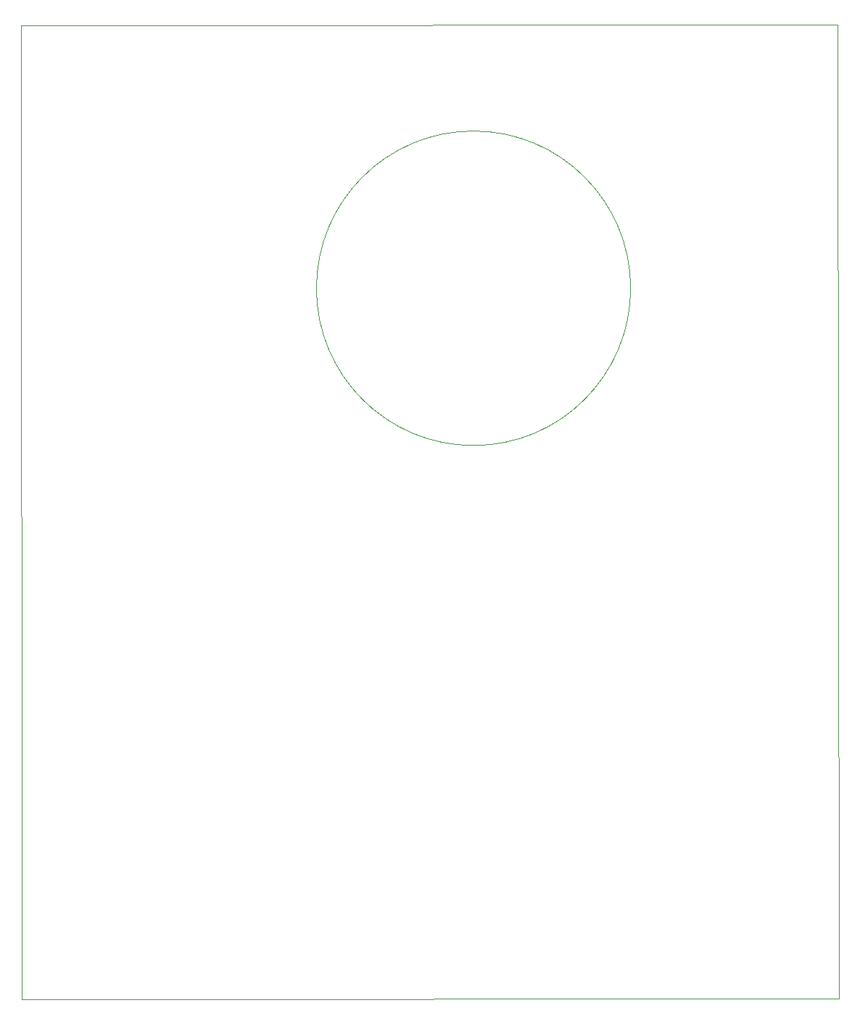
<source format=gbr>
%TF.GenerationSoftware,KiCad,Pcbnew,7.0.7*%
%TF.CreationDate,2023-11-04T20:56:19-05:00*%
%TF.ProjectId,ProjectNeoRogue,50726f6a-6563-4744-9e65-6f526f677565,v1*%
%TF.SameCoordinates,Original*%
%TF.FileFunction,Profile,NP*%
%FSLAX46Y46*%
G04 Gerber Fmt 4.6, Leading zero omitted, Abs format (unit mm)*
G04 Created by KiCad (PCBNEW 7.0.7) date 2023-11-04 20:56:19*
%MOMM*%
%LPD*%
G01*
G04 APERTURE LIST*
%TA.AperFunction,Profile*%
%ADD10C,0.100000*%
%TD*%
G04 APERTURE END LIST*
D10*
X194003723Y-76561396D02*
G75*
G03*
X194003723Y-76561396I-18345119J0D01*
G01*
X218160000Y-45770000D02*
X122808604Y-45861396D01*
X122808604Y-45861396D02*
X122870000Y-159500000D01*
X122870000Y-159500000D02*
X218340000Y-159440000D01*
X218340000Y-159440000D02*
X218160000Y-45770000D01*
M02*

</source>
